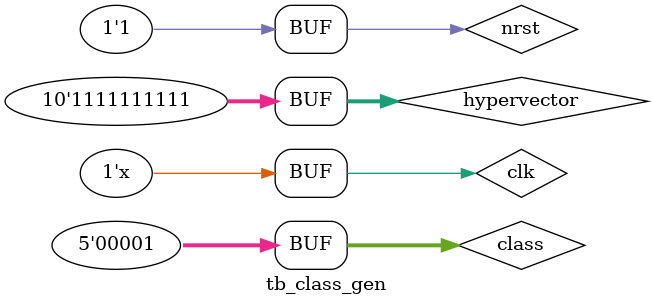
<source format=v>
`timescale 1ns / 1ps
`define CLK_PERIOD 1000
module tb_class_gen();
    reg clk;
    reg nrst;
    reg [4:0] class;
    reg [9:0] hypervector;
    wire [9:0] a;
    wire [9:0] b;
    wire [9:0] c;
    wire [9:0] d;
    wire [9:0] e;
    wire [9:0] f;
    wire [9:0] g;
    wire [9:0] h;
    wire [9:0] i;
    wire [9:0] j;
    wire [9:0] k;
    wire [9:0] l;
    wire [9:0] m;
    wire [9:0] n;
    wire [9:0] o;
    wire [9:0] p;
    wire [9:0] q;
    wire [9:0] r;
    wire [9:0] s;
    wire [9:0] t;
    wire [9:0] u;
    wire [9:0] v;
    wire [9:0] w;
    wire [9:0] x;
    wire [9:0] y;
    wire [9:0] z;
    
    class_gen UUT(
    .clk(clk),
    .nrst(nrst),
    .class(class),
    .hypervector(hypervector),
    .a(a),.b(b),.c(c),.d(d),.e(e),.f(f),.g(g),.h(h),.i(i),.j(j),.k(k),.l(l),.m(m),.n(n),.o(o),.p(p),.q(q),.r(r),.s(s),.t(t),.u(u),.v(v),.w(w),.x(x),.y(y),.z(z)
    );
    
    always begin
        #(`CLK_PERIOD/2) clk = ~clk;
    end
    
    initial begin
        clk = 1'b1;
        nrst = 1'b0;
        #(`CLK_PERIOD);
        nrst = 1'b1;
        #(`CLK_PERIOD);
        hypervector = 10'b1111001111;
        #(5*`CLK_PERIOD);
        class = 5'd0;
        hypervector = 10'b1111001111;
        #(15*`CLK_PERIOD);
        hypervector = 10'b0000000001;
        #(20*`CLK_PERIOD);
        hypervector = 10'b0000111000;
        #(35*`CLK_PERIOD);
        class = 5'd1;
        hypervector = 10'b1111111111;
        #(35*`CLK_PERIOD);
    end
endmodule

</source>
